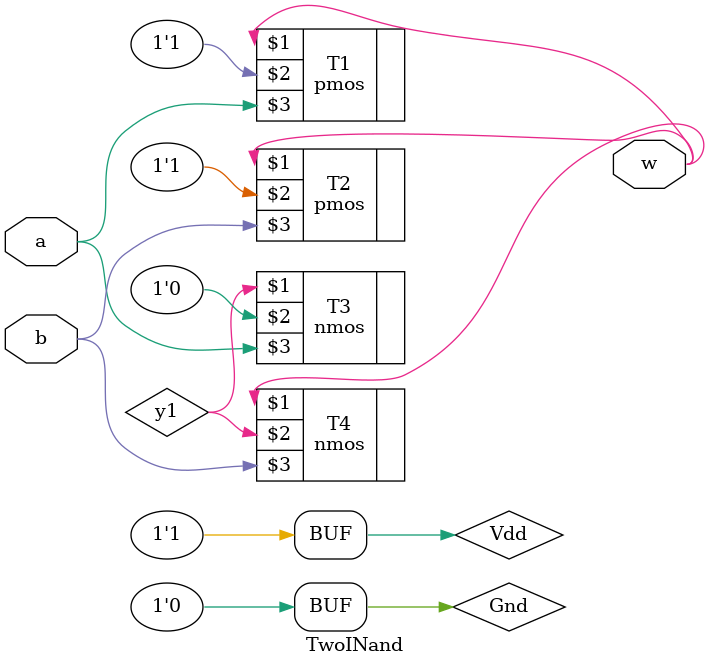
<source format=v>

`timescale 1ns/1ns

module TwoINand(input a, b, output w);
    supply1 Vdd;
    supply0 Gnd;
    wire y1;
    pmos #(5,6,7) T1(w, Vdd, a), T2(w, Vdd, b);
    nmos #(3,4,5) T3(y1,Gnd,a), T4(w,y1,b);
endmodule

</source>
